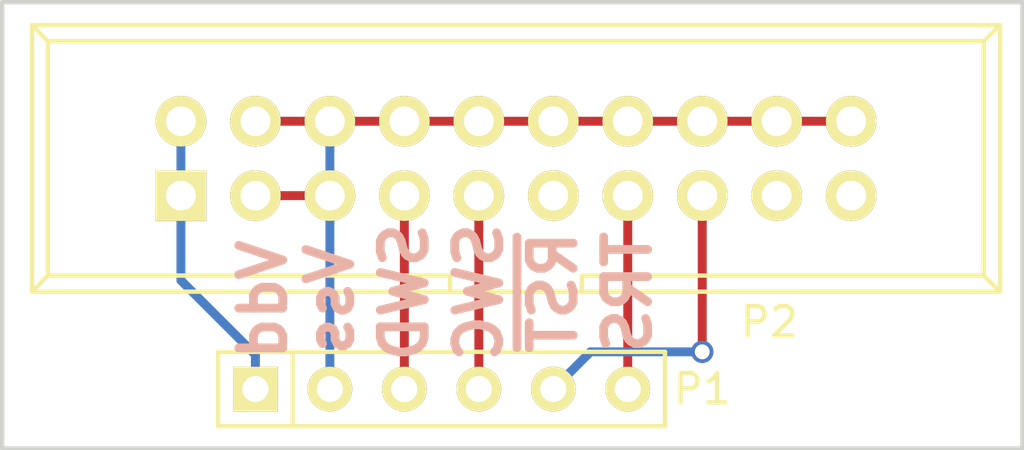
<source format=kicad_pcb>
(kicad_pcb (version 20171130) (host pcbnew "(5.1.12)-1")

  (general
    (thickness 1.6)
    (drawings 10)
    (tracks 22)
    (zones 0)
    (modules 2)
    (nets 7)
  )

  (page A4)
  (layers
    (0 F.Cu signal)
    (31 B.Cu signal)
    (32 B.Adhes user)
    (33 F.Adhes user hide)
    (34 B.Paste user)
    (35 F.Paste user)
    (36 B.SilkS user)
    (37 F.SilkS user)
    (38 B.Mask user)
    (39 F.Mask user)
    (40 Dwgs.User user)
    (41 Cmts.User user)
    (42 Eco1.User user)
    (43 Eco2.User user)
    (44 Edge.Cuts user)
    (45 Margin user)
    (46 B.CrtYd user)
    (47 F.CrtYd user)
    (48 B.Fab user)
    (49 F.Fab user)
  )

  (setup
    (last_trace_width 0.3048)
    (trace_clearance 0.254)
    (zone_clearance 0.254)
    (zone_45_only no)
    (trace_min 0.2)
    (via_size 0.762)
    (via_drill 0.508)
    (via_min_size 0.4)
    (via_min_drill 0.3)
    (uvia_size 0.3)
    (uvia_drill 0.1)
    (uvias_allowed no)
    (uvia_min_size 0.2)
    (uvia_min_drill 0.1)
    (edge_width 0.15)
    (segment_width 0.2)
    (pcb_text_width 0.3)
    (pcb_text_size 1.5 1.5)
    (mod_edge_width 0.15)
    (mod_text_size 1 1)
    (mod_text_width 0.15)
    (pad_size 1.524 1.524)
    (pad_drill 0.762)
    (pad_to_mask_clearance 0.2)
    (aux_axis_origin 132.588 105.156)
    (grid_origin 132.588 105.156)
    (visible_elements 7FFFFFFF)
    (pcbplotparams
      (layerselection 0x010f0_80000001)
      (usegerberextensions false)
      (usegerberattributes true)
      (usegerberadvancedattributes true)
      (creategerberjobfile true)
      (excludeedgelayer true)
      (linewidth 0.100000)
      (plotframeref false)
      (viasonmask false)
      (mode 1)
      (useauxorigin true)
      (hpglpennumber 1)
      (hpglpenspeed 20)
      (hpglpendiameter 15.000000)
      (psnegative false)
      (psa4output false)
      (plotreference true)
      (plotvalue false)
      (plotinvisibletext false)
      (padsonsilk false)
      (subtractmaskfromsilk false)
      (outputformat 1)
      (mirror false)
      (drillshape 0)
      (scaleselection 1)
      (outputdirectory "../gerber"))
  )

  (net 0 "")
  (net 1 /Vdd)
  (net 2 GND)
  (net 3 /SWDIO)
  (net 4 /SWCLK)
  (net 5 /NRST)
  (net 6 /TRACESWO)

  (net_class Default "This is the default net class."
    (clearance 0.254)
    (trace_width 0.3048)
    (via_dia 0.762)
    (via_drill 0.508)
    (uvia_dia 0.3)
    (uvia_drill 0.1)
    (add_net /NRST)
    (add_net /SWCLK)
    (add_net /SWDIO)
    (add_net /TRACESWO)
    (add_net /Vdd)
    (add_net GND)
  )

  (module kicad_pcb:CON_1x6_0.1in (layer F.Cu) (tedit 5762D72A) (tstamp 5762DA6C)
    (at 147.574 103.124)
    (path /5763B464)
    (fp_text reference P1 (at 8.89 0) (layer F.SilkS)
      (effects (font (size 1 1) (thickness 0.15)))
    )
    (fp_text value CONN_01X06 (at 0 -2.54) (layer F.Fab) hide
      (effects (font (size 1 1) (thickness 0.15)))
    )
    (fp_line (start -7.62 1.27) (end -7.62 -1.27) (layer F.SilkS) (width 0.15))
    (fp_line (start 7.62 1.27) (end -7.62 1.27) (layer F.SilkS) (width 0.15))
    (fp_line (start 7.62 -1.27) (end 7.62 1.27) (layer F.SilkS) (width 0.15))
    (fp_line (start -7.62 -1.27) (end 7.62 -1.27) (layer F.SilkS) (width 0.15))
    (fp_line (start -5.08 -1.27) (end -5.08 1.27) (layer F.SilkS) (width 0.15))
    (pad 1 thru_hole rect (at -6.35 0) (size 1.524 1.524) (drill 0.889) (layers *.Cu *.Mask F.SilkS)
      (net 1 /Vdd))
    (pad 2 thru_hole circle (at -3.81 0) (size 1.524 1.524) (drill 0.889) (layers *.Cu *.Mask F.SilkS)
      (net 2 GND))
    (pad 3 thru_hole circle (at -1.27 0) (size 1.524 1.524) (drill 0.889) (layers *.Cu *.Mask F.SilkS)
      (net 3 /SWDIO))
    (pad 4 thru_hole circle (at 1.27 0) (size 1.524 1.524) (drill 0.889) (layers *.Cu *.Mask F.SilkS)
      (net 4 /SWCLK))
    (pad 5 thru_hole circle (at 3.81 0) (size 1.524 1.524) (drill 0.889) (layers *.Cu *.Mask F.SilkS)
      (net 5 /NRST))
    (pad 6 thru_hole circle (at 6.35 0) (size 1.524 1.524) (drill 0.889) (layers *.Cu *.Mask F.SilkS)
      (net 6 /TRACESWO))
  )

  (module Connect:IDC_Header_Straight_20pins (layer F.Cu) (tedit 5762D93C) (tstamp 5762DA97)
    (at 138.684 96.52)
    (descr "20 pins through hole IDC header")
    (tags "IDC header socket VASCH")
    (path /5763B28B)
    (fp_text reference P2 (at 20.066 4.318) (layer F.SilkS)
      (effects (font (size 1 1) (thickness 0.15)))
    )
    (fp_text value CONN_02X10 (at 11.43 5.223) (layer F.Fab) hide
      (effects (font (size 1 1) (thickness 0.15)))
    )
    (fp_line (start -5.35 3.55) (end -5.35 -6.05) (layer F.CrtYd) (width 0.05))
    (fp_line (start 28.2 3.55) (end -5.35 3.55) (layer F.CrtYd) (width 0.05))
    (fp_line (start 28.2 -6.05) (end 28.2 3.55) (layer F.CrtYd) (width 0.05))
    (fp_line (start -5.35 -6.05) (end 28.2 -6.05) (layer F.CrtYd) (width 0.05))
    (fp_line (start 27.94 3.28) (end 27.38 2.73) (layer F.SilkS) (width 0.15))
    (fp_line (start -5.08 3.28) (end -4.54 2.73) (layer F.SilkS) (width 0.15))
    (fp_line (start 27.94 -5.82) (end 27.38 -5.27) (layer F.SilkS) (width 0.15))
    (fp_line (start -5.08 -5.82) (end -4.54 -5.27) (layer F.SilkS) (width 0.15))
    (fp_line (start 27.38 -5.27) (end 27.38 2.73) (layer F.SilkS) (width 0.15))
    (fp_line (start 27.94 -5.82) (end 27.94 3.28) (layer F.SilkS) (width 0.15))
    (fp_line (start -4.54 -5.27) (end -4.54 2.73) (layer F.SilkS) (width 0.15))
    (fp_line (start -5.08 -5.82) (end -5.08 3.28) (layer F.SilkS) (width 0.15))
    (fp_line (start 13.68 2.73) (end 13.68 3.28) (layer F.SilkS) (width 0.15))
    (fp_line (start 9.18 2.73) (end 9.18 3.28) (layer F.SilkS) (width 0.15))
    (fp_line (start 13.68 2.73) (end 27.38 2.73) (layer F.SilkS) (width 0.15))
    (fp_line (start -4.54 2.73) (end 9.18 2.73) (layer F.SilkS) (width 0.15))
    (fp_line (start -5.08 3.28) (end 27.94 3.28) (layer F.SilkS) (width 0.15))
    (fp_line (start -4.54 -5.27) (end 27.38 -5.27) (layer F.SilkS) (width 0.15))
    (fp_line (start -5.08 -5.82) (end 27.94 -5.82) (layer F.SilkS) (width 0.15))
    (pad 1 thru_hole rect (at 0 0) (size 1.7272 1.7272) (drill 1.016) (layers *.Cu *.Mask F.SilkS)
      (net 1 /Vdd))
    (pad 2 thru_hole oval (at 0 -2.54) (size 1.7272 1.7272) (drill 1.016) (layers *.Cu *.Mask F.SilkS)
      (net 1 /Vdd))
    (pad 3 thru_hole oval (at 2.54 0) (size 1.7272 1.7272) (drill 1.016) (layers *.Cu *.Mask F.SilkS)
      (net 2 GND))
    (pad 4 thru_hole oval (at 2.54 -2.54) (size 1.7272 1.7272) (drill 1.016) (layers *.Cu *.Mask F.SilkS)
      (net 2 GND))
    (pad 5 thru_hole oval (at 5.08 0) (size 1.7272 1.7272) (drill 1.016) (layers *.Cu *.Mask F.SilkS)
      (net 2 GND))
    (pad 6 thru_hole oval (at 5.08 -2.54) (size 1.7272 1.7272) (drill 1.016) (layers *.Cu *.Mask F.SilkS)
      (net 2 GND))
    (pad 7 thru_hole oval (at 7.62 0) (size 1.7272 1.7272) (drill 1.016) (layers *.Cu *.Mask F.SilkS)
      (net 3 /SWDIO))
    (pad 8 thru_hole oval (at 7.62 -2.54) (size 1.7272 1.7272) (drill 1.016) (layers *.Cu *.Mask F.SilkS)
      (net 2 GND))
    (pad 9 thru_hole oval (at 10.16 0) (size 1.7272 1.7272) (drill 1.016) (layers *.Cu *.Mask F.SilkS)
      (net 4 /SWCLK))
    (pad 10 thru_hole oval (at 10.16 -2.54) (size 1.7272 1.7272) (drill 1.016) (layers *.Cu *.Mask F.SilkS)
      (net 2 GND))
    (pad 11 thru_hole oval (at 12.7 0) (size 1.7272 1.7272) (drill 1.016) (layers *.Cu *.Mask F.SilkS))
    (pad 12 thru_hole oval (at 12.7 -2.54) (size 1.7272 1.7272) (drill 1.016) (layers *.Cu *.Mask F.SilkS)
      (net 2 GND))
    (pad 13 thru_hole oval (at 15.24 0) (size 1.7272 1.7272) (drill 1.016) (layers *.Cu *.Mask F.SilkS)
      (net 6 /TRACESWO))
    (pad 14 thru_hole oval (at 15.24 -2.54) (size 1.7272 1.7272) (drill 1.016) (layers *.Cu *.Mask F.SilkS)
      (net 2 GND))
    (pad 15 thru_hole oval (at 17.78 0) (size 1.7272 1.7272) (drill 1.016) (layers *.Cu *.Mask F.SilkS)
      (net 5 /NRST))
    (pad 16 thru_hole oval (at 17.78 -2.54) (size 1.7272 1.7272) (drill 1.016) (layers *.Cu *.Mask F.SilkS)
      (net 2 GND))
    (pad 17 thru_hole oval (at 20.32 0) (size 1.7272 1.7272) (drill 1.016) (layers *.Cu *.Mask F.SilkS))
    (pad 18 thru_hole oval (at 20.32 -2.54) (size 1.7272 1.7272) (drill 1.016) (layers *.Cu *.Mask F.SilkS)
      (net 2 GND))
    (pad 19 thru_hole oval (at 22.86 0) (size 1.7272 1.7272) (drill 1.016) (layers *.Cu *.Mask F.SilkS))
    (pad 20 thru_hole oval (at 22.86 -2.54) (size 1.7272 1.7272) (drill 1.016) (layers *.Cu *.Mask F.SilkS)
      (net 2 GND))
  )

  (gr_text TRS (at 153.924 99.822 90) (layer B.SilkS)
    (effects (font (size 1.5 1.5) (thickness 0.3)) (justify mirror))
  )
  (gr_text ~RST (at 151.384 99.822 90) (layer B.SilkS)
    (effects (font (size 1.5 1.5) (thickness 0.3)) (justify mirror))
  )
  (gr_text SWC (at 148.844 99.822 90) (layer B.SilkS)
    (effects (font (size 1.5 1.5) (thickness 0.3)) (justify mirror))
  )
  (gr_text SWD (at 146.304 99.822 90) (layer B.SilkS)
    (effects (font (size 1.5 1.5) (thickness 0.3)) (justify mirror))
  )
  (gr_text Vss (at 143.764 100.076 90) (layer B.SilkS)
    (effects (font (size 1.5 1.5) (thickness 0.3)) (justify mirror))
  )
  (gr_text Vdd (at 141.478 100.076 90) (layer B.SilkS)
    (effects (font (size 1.5 1.5) (thickness 0.3)) (justify mirror))
  )
  (gr_line (start 132.588 89.916) (end 132.588 105.156) (angle 90) (layer Edge.Cuts) (width 0.15))
  (gr_line (start 167.386 89.916) (end 132.588 89.916) (angle 90) (layer Edge.Cuts) (width 0.15))
  (gr_line (start 167.386 105.156) (end 167.386 89.916) (angle 90) (layer Edge.Cuts) (width 0.15))
  (gr_line (start 132.588 105.156) (end 167.386 105.156) (angle 90) (layer Edge.Cuts) (width 0.15))

  (segment (start 141.224 103.124) (end 141.224 101.9555) (width 0.3048) (layer B.Cu) (net 1))
  (segment (start 138.684 96.52) (end 138.684 99.4155) (width 0.3048) (layer B.Cu) (net 1))
  (segment (start 138.684 99.4155) (end 141.224 101.9555) (width 0.3048) (layer B.Cu) (net 1))
  (segment (start 138.684 93.98) (end 138.684 96.52) (width 0.3048) (layer B.Cu) (net 1))
  (segment (start 143.764 96.52) (end 143.764 103.124) (width 0.3048) (layer B.Cu) (net 2))
  (segment (start 143.764 93.98) (end 143.764 96.52) (width 0.3048) (layer B.Cu) (net 2))
  (segment (start 143.764 96.52) (end 141.224 96.52) (width 0.3048) (layer F.Cu) (net 2))
  (segment (start 143.764 93.98) (end 141.224 93.98) (width 0.3048) (layer F.Cu) (net 2))
  (segment (start 146.304 93.98) (end 143.764 93.98) (width 0.3048) (layer F.Cu) (net 2))
  (segment (start 148.844 93.98) (end 146.304 93.98) (width 0.3048) (layer F.Cu) (net 2))
  (segment (start 151.384 93.98) (end 148.844 93.98) (width 0.3048) (layer F.Cu) (net 2))
  (segment (start 153.924 93.98) (end 151.384 93.98) (width 0.3048) (layer F.Cu) (net 2))
  (segment (start 156.464 93.98) (end 153.924 93.98) (width 0.3048) (layer F.Cu) (net 2))
  (segment (start 159.004 93.98) (end 156.464 93.98) (width 0.3048) (layer F.Cu) (net 2))
  (segment (start 161.544 93.98) (end 159.004 93.98) (width 0.3048) (layer F.Cu) (net 2))
  (segment (start 146.304 96.52) (end 146.304 103.124) (width 0.3048) (layer F.Cu) (net 3))
  (segment (start 148.844 96.52) (end 148.844 103.124) (width 0.3048) (layer F.Cu) (net 4))
  (segment (start 151.384 103.124) (end 152.654 101.854) (width 0.3048) (layer B.Cu) (net 5))
  (segment (start 152.654 101.854) (end 156.464 101.854) (width 0.3048) (layer B.Cu) (net 5))
  (segment (start 156.464 101.854) (end 156.464 96.52) (width 0.3048) (layer F.Cu) (net 5))
  (via (at 156.464 101.854) (size 0.762) (layers F.Cu B.Cu) (net 5))
  (segment (start 153.924 96.52) (end 153.924 103.124) (width 0.3048) (layer F.Cu) (net 6))

)

</source>
